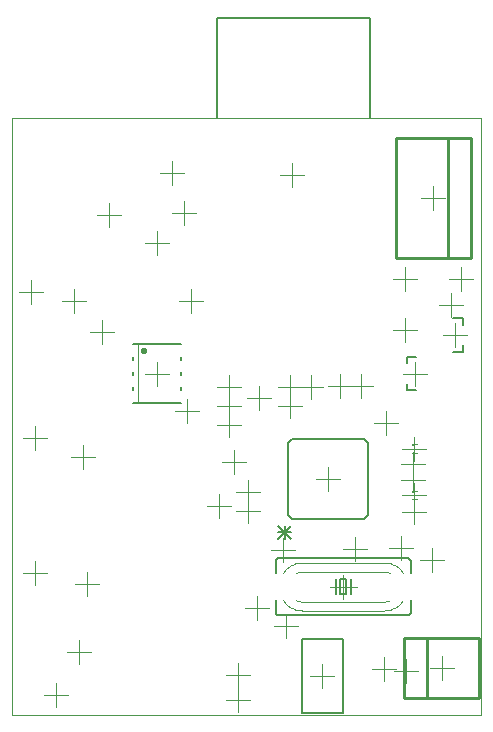
<source format=gto>
G75*
G70*
%OFA0B0*%
%FSLAX24Y24*%
%IPPOS*%
%LPD*%
%AMOC8*
5,1,8,0,0,1.08239X$1,22.5*
%
%ADD10C,0.0000*%
%ADD11C,0.0060*%
%ADD12C,0.0020*%
%ADD13C,0.0100*%
%ADD14C,0.0040*%
%ADD15R,0.0098X0.0089*%
%ADD16C,0.0050*%
%ADD17C,0.0220*%
%ADD18C,0.0080*%
D10*
X001569Y001508D02*
X001569Y021380D01*
X017226Y021380D01*
X017226Y001508D01*
X001569Y001508D01*
X002638Y002163D02*
X003438Y002163D01*
X003038Y001763D02*
X003038Y002563D01*
X003800Y003200D02*
X003800Y004000D01*
X003400Y003600D02*
X004200Y003600D01*
X004067Y005450D02*
X004067Y006250D01*
X003667Y005850D02*
X004467Y005850D01*
X002750Y006225D02*
X001950Y006225D01*
X002350Y005825D02*
X002350Y006625D01*
X003950Y009700D02*
X003950Y010500D01*
X003550Y010100D02*
X004350Y010100D01*
X002750Y010725D02*
X001950Y010725D01*
X002350Y010325D02*
X002350Y011125D01*
X004175Y014275D02*
X004975Y014275D01*
X004575Y013875D02*
X004575Y014675D01*
X004050Y015300D02*
X003250Y015300D01*
X003650Y014900D02*
X003650Y015700D01*
X002625Y015600D02*
X001825Y015600D01*
X002225Y015200D02*
X002225Y016000D01*
X004400Y018175D02*
X005200Y018175D01*
X004800Y017775D02*
X004800Y018575D01*
X006025Y017238D02*
X006825Y017238D01*
X006425Y016838D02*
X006425Y017638D01*
X006900Y018238D02*
X007700Y018238D01*
X007300Y017838D02*
X007300Y018638D01*
X006925Y019150D02*
X006925Y019950D01*
X006525Y019550D02*
X007325Y019550D01*
X007550Y015700D02*
X007550Y014900D01*
X007150Y015300D02*
X007950Y015300D01*
X006400Y013275D02*
X006400Y012475D01*
X006000Y012875D02*
X006800Y012875D01*
X007425Y012013D02*
X007425Y011213D01*
X007025Y011613D02*
X007825Y011613D01*
X008400Y011800D02*
X009200Y011800D01*
X009400Y012050D02*
X010200Y012050D01*
X010450Y011800D02*
X011250Y011800D01*
X011538Y012025D02*
X011538Y012825D01*
X011238Y012425D02*
X010438Y012425D01*
X010850Y012200D02*
X010850Y011400D01*
X010838Y012025D02*
X010838Y012825D01*
X011138Y012425D02*
X011938Y012425D01*
X012125Y012463D02*
X012925Y012463D01*
X012813Y012450D02*
X013613Y012450D01*
X013213Y012050D02*
X013213Y012850D01*
X012525Y012863D02*
X012525Y012063D01*
X013650Y011225D02*
X014450Y011225D01*
X014050Y010825D02*
X014050Y011625D01*
X014988Y010775D02*
X014988Y009975D01*
X014950Y009713D02*
X014950Y008913D01*
X014988Y008675D02*
X014988Y007875D01*
X014988Y008425D02*
X014988Y009225D01*
X014950Y009463D02*
X014950Y010263D01*
X014588Y010375D02*
X015388Y010375D01*
X015350Y009863D02*
X014550Y009863D01*
X014550Y009313D02*
X015350Y009313D01*
X015388Y008825D02*
X014588Y008825D01*
X014588Y008275D02*
X015388Y008275D01*
X014550Y007475D02*
X014550Y006675D01*
X014150Y007075D02*
X014950Y007075D01*
X015188Y006675D02*
X015988Y006675D01*
X015588Y006275D02*
X015588Y007075D01*
X013425Y007013D02*
X012625Y007013D01*
X013025Y006613D02*
X013025Y007413D01*
X012613Y006175D02*
X012613Y005375D01*
X012213Y005775D02*
X013013Y005775D01*
X011125Y004463D02*
X010325Y004463D01*
X010725Y004063D02*
X010725Y004863D01*
X010138Y005075D02*
X009338Y005075D01*
X009738Y004675D02*
X009738Y005475D01*
X010625Y006600D02*
X010625Y007400D01*
X010225Y007000D02*
X011025Y007000D01*
X009850Y008300D02*
X009050Y008300D01*
X008863Y008463D02*
X008063Y008463D01*
X008463Y008063D02*
X008463Y008863D01*
X009050Y008925D02*
X009850Y008925D01*
X009450Y008700D02*
X009450Y007900D01*
X009450Y008525D02*
X009450Y009325D01*
X008963Y009525D02*
X008963Y010325D01*
X008800Y010775D02*
X008800Y011575D01*
X008800Y011400D02*
X008800Y012200D01*
X008800Y012025D02*
X008800Y012825D01*
X008400Y012425D02*
X009200Y012425D01*
X009800Y012450D02*
X009800Y011650D01*
X009200Y011175D02*
X008400Y011175D01*
X008563Y009925D02*
X009363Y009925D01*
X011713Y009363D02*
X012513Y009363D01*
X012113Y008963D02*
X012113Y009763D01*
X014600Y012875D02*
X015400Y012875D01*
X015000Y012475D02*
X015000Y013275D01*
X014688Y013925D02*
X014688Y014725D01*
X014288Y014325D02*
X015088Y014325D01*
X015825Y015150D02*
X016625Y015150D01*
X016550Y015613D02*
X016550Y016413D01*
X016150Y016013D02*
X016950Y016013D01*
X016225Y015550D02*
X016225Y014750D01*
X016350Y014563D02*
X016350Y013763D01*
X015950Y014163D02*
X016750Y014163D01*
X015075Y016038D02*
X014275Y016038D01*
X014675Y015638D02*
X014675Y016438D01*
X015613Y018338D02*
X015613Y019138D01*
X015213Y018738D02*
X016013Y018738D01*
X011300Y019484D02*
X010500Y019484D01*
X010900Y019084D02*
X010900Y019884D01*
X013975Y003425D02*
X013975Y002625D01*
X014325Y002975D02*
X015125Y002975D01*
X015500Y003075D02*
X016300Y003075D01*
X015900Y002675D02*
X015900Y003475D01*
X014725Y003375D02*
X014725Y002575D01*
X014375Y003025D02*
X013575Y003025D01*
X012325Y002800D02*
X011525Y002800D01*
X011925Y002400D02*
X011925Y003200D01*
X009513Y002813D02*
X008713Y002813D01*
X009113Y002413D02*
X009113Y003213D01*
X009113Y002388D02*
X009113Y001588D01*
X008713Y001988D02*
X009513Y001988D01*
D11*
X011244Y001570D02*
X011244Y004030D01*
X012606Y004030D01*
X012606Y001570D01*
X011244Y001570D01*
X010463Y004825D02*
X014763Y004825D01*
X014780Y004827D01*
X014797Y004831D01*
X014813Y004838D01*
X014827Y004848D01*
X014840Y004861D01*
X014850Y004875D01*
X014857Y004891D01*
X014861Y004908D01*
X014863Y004925D01*
X014863Y005325D01*
X014863Y006225D02*
X014863Y006625D01*
X014861Y006642D01*
X014857Y006659D01*
X014850Y006675D01*
X014840Y006689D01*
X014827Y006702D01*
X014813Y006712D01*
X014797Y006719D01*
X014780Y006723D01*
X014763Y006725D01*
X010463Y006725D01*
X010446Y006723D01*
X010429Y006719D01*
X010413Y006712D01*
X010399Y006702D01*
X010386Y006689D01*
X010376Y006675D01*
X010369Y006659D01*
X010365Y006642D01*
X010363Y006625D01*
X010363Y006225D01*
X010363Y005325D02*
X010363Y004925D01*
X010365Y004908D01*
X010369Y004891D01*
X010376Y004875D01*
X010386Y004861D01*
X010399Y004848D01*
X010413Y004838D01*
X010429Y004831D01*
X010446Y004827D01*
X010463Y004825D01*
X012363Y005525D02*
X012363Y005775D01*
X012363Y006025D01*
X012513Y006025D02*
X012513Y005525D01*
X012713Y005525D01*
X012713Y006025D01*
X012513Y006025D01*
X012863Y006025D02*
X012863Y005775D01*
X012863Y005525D01*
X010882Y007374D02*
X010455Y007801D01*
X010455Y007588D02*
X010882Y007588D01*
X010882Y007801D02*
X010455Y007374D01*
X010669Y007374D02*
X010669Y007801D01*
X007198Y011895D02*
X005770Y011895D01*
X005602Y011895D01*
X005600Y012325D02*
X005600Y012425D01*
X005600Y012825D02*
X005600Y012925D01*
X005600Y013325D02*
X005600Y013425D01*
X005602Y013855D02*
X005770Y013855D01*
X007198Y013855D01*
X007200Y013425D02*
X007200Y013325D01*
X007200Y012925D02*
X007200Y012825D01*
X007200Y012425D02*
X007200Y012325D01*
X014740Y012315D02*
X014740Y012535D01*
X014740Y012315D02*
X015060Y012315D01*
X014740Y013215D02*
X014740Y013435D01*
X015060Y013435D01*
X016290Y013603D02*
X016610Y013603D01*
X016610Y013823D01*
X016610Y014503D02*
X016610Y014723D01*
X016290Y014723D01*
D12*
X013963Y006575D02*
X011263Y006575D01*
X011263Y006275D02*
X013963Y006275D01*
X014001Y006274D01*
X014038Y006269D01*
X014075Y006262D01*
X014111Y006253D01*
X014147Y006240D01*
X014181Y006225D01*
X013963Y006575D02*
X014019Y006573D01*
X014074Y006567D01*
X014129Y006558D01*
X014183Y006544D01*
X014236Y006527D01*
X014287Y006506D01*
X014337Y006482D01*
X014385Y006454D01*
X014432Y006423D01*
X014475Y006389D01*
X014517Y006352D01*
X014556Y006312D01*
X014592Y006270D01*
X014624Y006225D01*
X014181Y005325D02*
X014147Y005310D01*
X014111Y005297D01*
X014075Y005288D01*
X014038Y005281D01*
X014001Y005276D01*
X013963Y005275D01*
X011263Y005275D01*
X011263Y004975D02*
X013963Y004975D01*
X013962Y004975D02*
X014018Y004977D01*
X014073Y004983D01*
X014128Y004992D01*
X014182Y005006D01*
X014235Y005023D01*
X014286Y005044D01*
X014336Y005068D01*
X014384Y005096D01*
X014431Y005127D01*
X014475Y005161D01*
X014516Y005198D01*
X014555Y005238D01*
X014591Y005280D01*
X014623Y005325D01*
X013063Y005775D02*
X012863Y005775D01*
X012363Y005775D02*
X012163Y005775D01*
X011263Y006575D02*
X011207Y006573D01*
X011152Y006567D01*
X011097Y006558D01*
X011043Y006544D01*
X010990Y006527D01*
X010939Y006506D01*
X010889Y006482D01*
X010841Y006454D01*
X010794Y006423D01*
X010750Y006389D01*
X010709Y006352D01*
X010670Y006312D01*
X010634Y006270D01*
X010602Y006225D01*
X010601Y005325D02*
X010633Y005280D01*
X010669Y005238D01*
X010708Y005198D01*
X010750Y005161D01*
X010793Y005127D01*
X010840Y005096D01*
X010888Y005068D01*
X010938Y005044D01*
X010989Y005023D01*
X011042Y005006D01*
X011096Y004992D01*
X011151Y004983D01*
X011206Y004977D01*
X011262Y004975D01*
X011262Y005275D02*
X011224Y005276D01*
X011187Y005281D01*
X011150Y005288D01*
X011114Y005297D01*
X011078Y005310D01*
X011044Y005325D01*
X011044Y006225D02*
X011078Y006240D01*
X011114Y006253D01*
X011150Y006262D01*
X011187Y006269D01*
X011224Y006274D01*
X011262Y006275D01*
D13*
X014650Y004075D02*
X014650Y002075D01*
X015400Y002075D01*
X015400Y004075D01*
X017150Y004075D01*
X017150Y002075D01*
X015400Y002075D01*
X015400Y004075D02*
X014650Y004075D01*
X014363Y016738D02*
X014363Y020738D01*
X016113Y020738D01*
X016113Y016738D01*
X014363Y016738D01*
X016113Y016738D02*
X016863Y016738D01*
X016863Y020738D01*
X016113Y020738D01*
D14*
X015066Y010513D02*
X014909Y010513D01*
X014909Y010237D02*
X015066Y010237D01*
X015066Y008963D02*
X014909Y008963D01*
X014909Y008687D02*
X015066Y008687D01*
X005770Y011895D02*
X005770Y013855D01*
D15*
X014938Y010488D03*
X014938Y008938D03*
D16*
X013518Y021378D02*
X013518Y024724D01*
X008400Y024724D01*
X008400Y021378D01*
D17*
X005970Y013634D03*
D18*
X010774Y010576D02*
X010774Y008149D01*
X010899Y008024D01*
X013326Y008024D01*
X013451Y008149D01*
X013451Y010576D01*
X013326Y010701D01*
X010899Y010701D01*
X010774Y010576D01*
M02*

</source>
